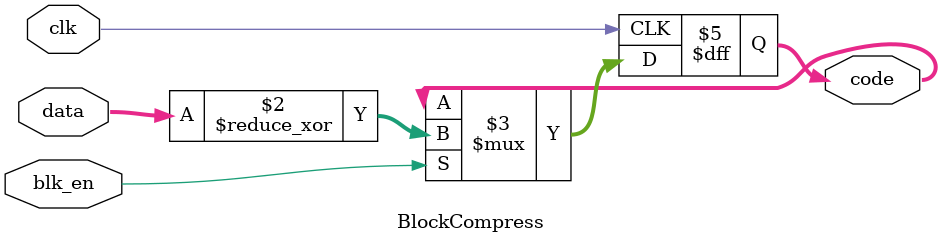
<source format=sv>
module BlockCompress #(BLK=4) (
    input clk, blk_en,
    input [BLK*8-1:0] data,
    output reg [15:0] code
);
always @(posedge clk) if(blk_en) 
    code <= ^data;  // 块异或压缩
endmodule

</source>
